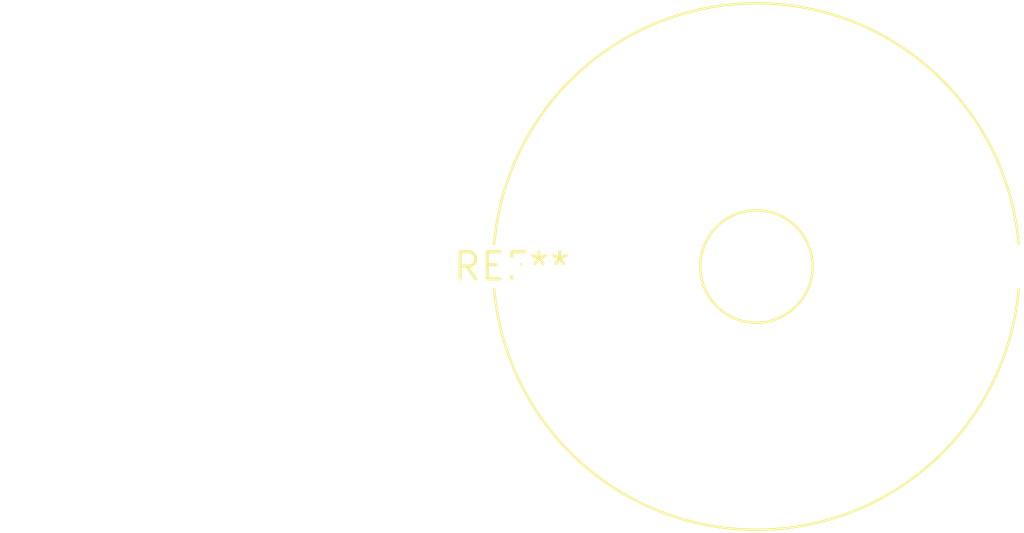
<source format=kicad_pcb>
(kicad_pcb (version 20240108) (generator pcbnew)
  (layers (0 "F.Cu" signal) (31 "B.Cu" signal) (34 "B.Paste" user) (35 "F.Paste" user) (36 "B.SilkS" user "B.Silkscreen") (37 "F.SilkS" user "F.Silkscreen") (38 "B.Mask" user) (39 "F.Mask" user) (44 "Edge.Cuts" user))
  (net 0 "")
  (footprint "L_Radial_D24.4mm_P22.90mm_Murata_1400series" (layer "F.Cu") (at 0 0)
    (property "Reference" "REF**")
    (property "Value" "L_Radial_D24.4mm_P22.90mm_Murata_1400series")
    (fp_arc (start -0.824315 -1.06) (mid 11.45 -12.32) (end 23.724315 -1.06) (layer "F.SilkS") (stroke (width 0.12)))
    (fp_arc (start 23.724315 1.06) (mid 11.45 12.32) (end -0.824315 1.06) (layer "F.SilkS") (stroke (width 0.12)))
    (fp_circle (center 11.45 0) (end 14.08 0) (layer "F.SilkS") (stroke (width 0.12)) (fill none))
    (pad "1" thru_hole circle (at 0 0) (size 1.6 1.6) (drill 0.8) (layers *.Cu *.Mask) (remove_unused_layers))
    (pad "2" thru_hole circle (at 22.9 0) (size 1.6 1.6) (drill 0.8) (layers *.Cu *.Mask) (remove_unused_layers))
  )
)
</source>
